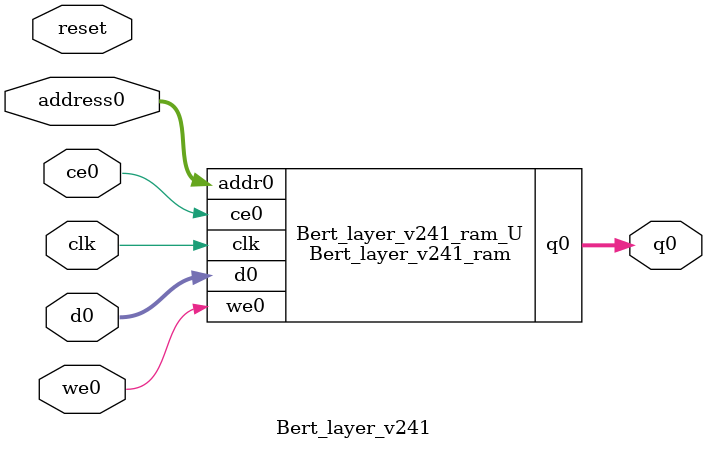
<source format=v>
`timescale 1 ns / 1 ps
module Bert_layer_v241_ram (addr0, ce0, d0, we0, q0,  clk);

parameter DWIDTH = 32;
parameter AWIDTH = 14;
parameter MEM_SIZE = 9216;

input[AWIDTH-1:0] addr0;
input ce0;
input[DWIDTH-1:0] d0;
input we0;
output reg[DWIDTH-1:0] q0;
input clk;

(* ram_style = "block" *)reg [DWIDTH-1:0] ram[0:MEM_SIZE-1];




always @(posedge clk)  
begin 
    if (ce0) begin
        if (we0) 
            ram[addr0] <= d0; 
        q0 <= ram[addr0];
    end
end


endmodule

`timescale 1 ns / 1 ps
module Bert_layer_v241(
    reset,
    clk,
    address0,
    ce0,
    we0,
    d0,
    q0);

parameter DataWidth = 32'd32;
parameter AddressRange = 32'd9216;
parameter AddressWidth = 32'd14;
input reset;
input clk;
input[AddressWidth - 1:0] address0;
input ce0;
input we0;
input[DataWidth - 1:0] d0;
output[DataWidth - 1:0] q0;



Bert_layer_v241_ram Bert_layer_v241_ram_U(
    .clk( clk ),
    .addr0( address0 ),
    .ce0( ce0 ),
    .we0( we0 ),
    .d0( d0 ),
    .q0( q0 ));

endmodule


</source>
